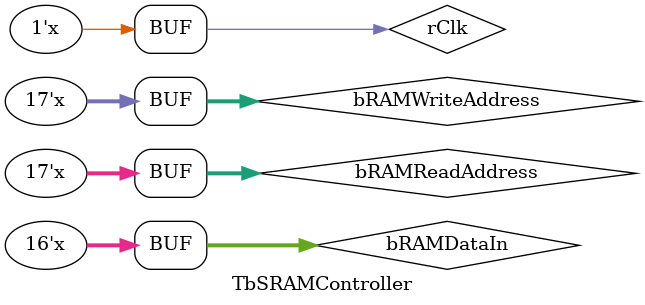
<source format=v>
`timescale 1ns / 1ps
module TbSRAMController(
    );

reg rClk = 0;

wire [15:0] bRAMDataOut;
reg [15:0] bRAMDataIn = 0;

reg [16:0] bRAMReadAddress = 0;
reg [16:0] bRAMWriteAddress = 10;

SRAMController SRAMController (

	.IbReadAddress(bRAMReadAddress),
	.IbWriteAddress(bRAMWriteAddress),
	.ObData(bRAMDataOut),
	.IbData(bRAMDataIn),
	
	.IwWrite(1),
	
	.IwClk (rClk)
);

always
begin
	#1 rClk = !rClk;
end


always
begin
	#20 bRAMDataIn = bRAMDataIn + 1;
end

always
begin
	#20
	bRAMReadAddress <= bRAMReadAddress + 1;
	bRAMWriteAddress <= bRAMWriteAddress + 1;
end

endmodule

</source>
